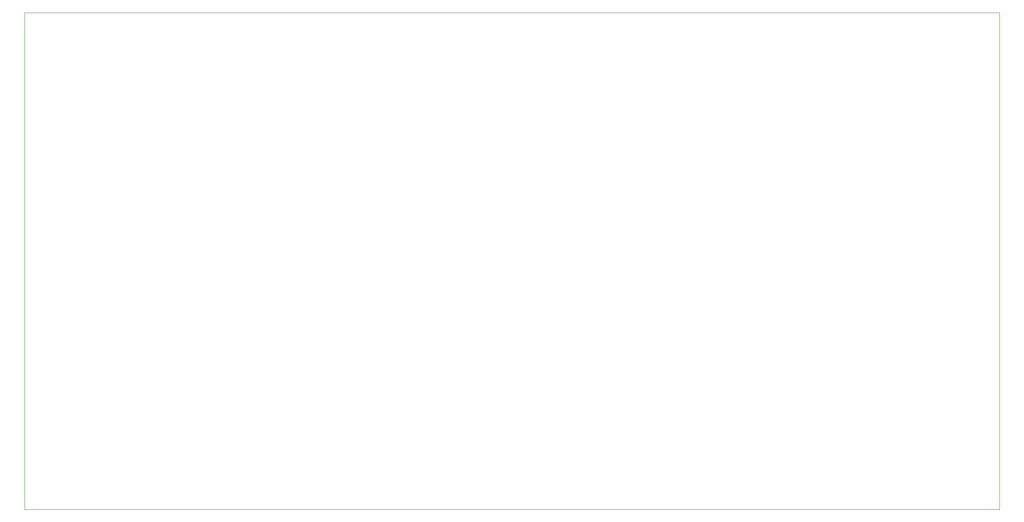
<source format=gbr>
G04 #@! TF.GenerationSoftware,KiCad,Pcbnew,(5.1.2)-2*
G04 #@! TF.CreationDate,2019-07-30T01:55:57-03:00*
G04 #@! TF.ProjectId,amplificador,616d706c-6966-4696-9361-646f722e6b69,rev?*
G04 #@! TF.SameCoordinates,Original*
G04 #@! TF.FileFunction,Profile,NP*
%FSLAX46Y46*%
G04 Gerber Fmt 4.6, Leading zero omitted, Abs format (unit mm)*
G04 Created by KiCad (PCBNEW (5.1.2)-2) date 2019-07-30 01:55:57*
%MOMM*%
%LPD*%
G04 APERTURE LIST*
%ADD10C,0.050000*%
G04 APERTURE END LIST*
D10*
X255000000Y-132000000D02*
X255000000Y-29000000D01*
X53000000Y-132000000D02*
X255000000Y-132000000D01*
X53000000Y-29000000D02*
X255000000Y-29000000D01*
X53000000Y-29000000D02*
X53000000Y-132000000D01*
M02*

</source>
